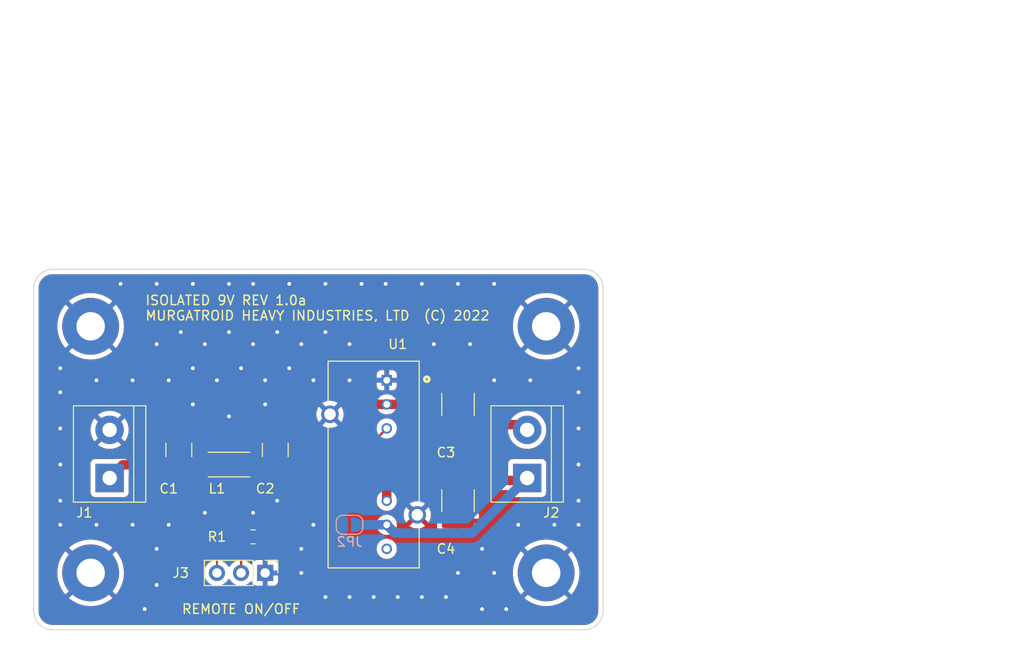
<source format=kicad_pcb>
(kicad_pcb (version 20211014) (generator pcbnew)
  (layers (0 "F.Cu" signal) (31 "B.Cu" signal) (34 "B.Paste" user) (35 "F.Paste" user) (36 "B.SilkS" user "B.Silkscreen") (37 "F.SilkS" user "F.Silkscreen") (38 "B.Mask" user) (39 "F.Mask" user) (44 "Edge.Cuts" user))
  (net 0 "")
  (net 1 "GND")
  (net 2 "/Vin")
  (net 3 "/Vin_filtered")
  (net 4 "/Vout")
  (net 5 "/Vout_gnd")
  (net 7 "Net-(J3-Pad2)")
  (net 8 "Net-(U1-Pad3)")
  (footprint "MountingHole:MountingHole_3mm_Pad" (layer "F.Cu") (at 54 54)
    (fp_text reference "H4" hide)
    (fp_text value "MountingHole_Pad")
    (pad "1" thru_hole circle locked (at 0 0) (size 6 6) (drill 3) (layers *.Cu *.Mask) (net 1 "GND"))
  )
  (footprint "MountingHole:MountingHole_3mm_Pad" (layer "F.Cu") (at 54 80)
    (fp_text reference "H3" hide)
    (fp_text value "MountingHole_Pad")
    (pad "1" thru_hole circle locked (at 0 0) (size 6 6) (drill 3) (layers *.Cu *.Mask) (net 1 "GND"))
  )
  (footprint "Resistor_SMD:R_0805_2012Metric_Pad1.20x1.40mm_HandSolder" (layer "F.Cu") (at 71.12 76.2)
    (fp_text reference "R1" (at -3.81 0) (layer "F.SilkS"))
    (fp_text value "DNI/0" hide)
    (fp_line (start -0.227064 -0.735) (end 0.227064 -0.735) (layer "F.SilkS") (width 0.12))
    (fp_line (start -0.227064 0.735) (end 0.227064 0.735) (layer "F.SilkS") (width 0.12))
    (pad "1" smd roundrect (at -1 0) (size 1.2 1.4) (layers "F.Cu" "F.Paste" "F.Mask") (roundrect_rratio 0.2083333333) (net 7 "Net-(J3-Pad2)"))
    (pad "2" smd roundrect (at 1 0) (size 1.2 1.4) (layers "F.Cu" "F.Paste" "F.Mask") (roundrect_rratio 0.2083333333) (net 8 "Net-(U1-Pad3)"))
  )
  (footprint "TerminalBlock:TerminalBlock_bornier-2_P5.08mm" (layer "F.Cu") (at 100 70 90)
    (fp_text reference "J2" (at -3.66 2.54) (layer "F.SilkS"))
    (fp_text value "Conn_01x02")
    (fp_line (start -2.54 3.81) (end 7.62 3.81) (layer "F.SilkS") (width 0.12))
    (fp_line (start 7.62 -3.81) (end -2.54 -3.81) (layer "F.SilkS") (width 0.12))
    (fp_line (start 7.62 3.81) (end 7.62 -3.81) (layer "F.SilkS") (width 0.12))
    (fp_line (start 7.62 2.54) (end -2.54 2.54) (layer "F.SilkS") (width 0.12))
    (fp_line (start -2.54 -3.81) (end -2.54 3.81) (layer "F.SilkS") (width 0.12))
    (pad "1" thru_hole rect locked (at 0 0 90) (size 3 3) (drill 1.52) (layers *.Cu *.Mask) (net 5 "/Vout_gnd"))
    (pad "2" thru_hole circle locked (at 5.08 0 90) (size 3 3) (drill 1.52) (layers *.Cu *.Mask) (net 4 "/Vout"))
  )
  (footprint "MountingHole:MountingHole_3mm_Pad" (layer "F.Cu") (at 102 80)
    (fp_text reference "H2" hide)
    (fp_text value "MountingHole_Pad")
    (pad "1" thru_hole circle locked (at 0 0) (size 6 6) (drill 3) (layers *.Cu *.Mask) (net 1 "GND"))
  )
  (footprint "MountingHole:MountingHole_3mm_Pad" (layer "F.Cu") (at 102 54)
    (fp_text reference "H1" hide)
    (fp_text value "MountingHole_Pad")
    (pad "1" thru_hole circle locked (at 0 0) (size 6 6) (drill 3) (layers *.Cu *.Mask) (net 1 "GND"))
  )
  (footprint "Inductor_SMD:L_Taiyo-Yuden_NR-24xx_HandSoldering" (layer "F.Cu") (at 68.58 68.58)
    (fp_text reference "L1" (at -1.27 2.54) (layer "F.SilkS"))
    (fp_text value "10u")
    (fp_line (start -2.2 -1.3) (end 2.2 -1.3) (layer "F.SilkS") (width 0.12))
    (fp_line (start -2.2 1.3) (end 2.2 1.3) (layer "F.SilkS") (width 0.12))
    (pad "1" smd rect (at -1.2875 0) (size 1.825 2.2) (layers "F.Cu" "F.Paste" "F.Mask") (net 2 "/Vin"))
    (pad "2" smd rect (at 1.2875 0) (size 1.825 2.2) (layers "F.Cu" "F.Paste" "F.Mask") (net 3 "/Vin_filtered"))
  )
  (footprint "Capacitor_SMD:C_1210_3225Metric_Pad1.33x2.70mm_HandSolder" (layer "F.Cu") (at 63.294146 67.040152 90)
    (fp_text reference "C1" (at -4.079848 -1.064146 180) (layer "F.SilkS"))
    (fp_text value "4.7u 100V")
    (fp_line (start -0.711252 1.36) (end 0.711252 1.36) (layer "F.SilkS") (width 0.12))
    (fp_line (start -0.711252 -1.36) (end 0.711252 -1.36) (layer "F.SilkS") (width 0.12))
    (pad "1" smd roundrect (at -1.5625 0 90) (size 1.325 2.7) (layers "F.Cu" "F.Paste" "F.Mask") (roundrect_rratio 0.1886792453) (net 2 "/Vin"))
    (pad "2" smd roundrect (at 1.5625 0 90) (size 1.325 2.7) (layers "F.Cu" "F.Paste" "F.Mask") (roundrect_rratio 0.1886792453) (net 1 "GND"))
  )
  (footprint "Connector_PinHeader_2.54mm:PinHeader_1x03_P2.54mm_Vertical" (layer "F.Cu") (at 72.39 80.01 -90)
    (fp_text reference "J3" (at 0 8.89) (layer "F.SilkS"))
    (fp_text value "DNI")
    (fp_line (start -1.33 1.27) (end -1.33 6.41) (layer "F.SilkS") (width 0.12))
    (fp_line (start -1.33 6.41) (end 1.33 6.41) (layer "F.SilkS") (width 0.12))
    (fp_line (start -1.33 0) (end -1.33 -1.33) (layer "F.SilkS") (width 0.12))
    (fp_line (start -1.33 1.27) (end 1.33 1.27) (layer "F.SilkS") (width 0.12))
    (fp_line (start -1.33 -1.33) (end 0 -1.33) (layer "F.SilkS") (width 0.12))
    (fp_line (start 1.33 1.27) (end 1.33 6.41) (layer "F.SilkS") (width 0.12))
    (pad "1" thru_hole rect (at 0 0 270) (size 1.7 1.7) (drill 1) (layers *.Cu *.Mask) (net 1 "GND"))
    (pad "2" thru_hole oval (at 0 2.54 270) (size 1.7 1.7) (drill 1) (layers *.Cu *.Mask) (net 7 "Net-(J3-Pad2)"))
    (pad "3" thru_hole oval (at 0 5.08 270) (size 1.7 1.7) (drill 1) (layers *.Cu *.Mask) (net 3 "/Vin_filtered"))
  )
  (footprint "Capacitor_SMD:C_1210_3225Metric_Pad1.33x2.70mm_HandSolder" (layer "F.Cu") (at 73.454146 67.040152 90)
    (fp_text reference "C2" (at -4.079848 -1.064146 180) (layer "F.SilkS"))
    (fp_text value "4.7u 100V")
    (fp_line (start -0.711252 -1.36) (end 0.711252 -1.36) (layer "F.SilkS") (width 0.12))
    (fp_line (start -0.711252 1.36) (end 0.711252 1.36) (layer "F.SilkS") (width 0.12))
    (pad "1" smd roundrect (at -1.5625 0 90) (size 1.325 2.7) (layers "F.Cu" "F.Paste" "F.Mask") (roundrect_rratio 0.1886792453) (net 3 "/Vin_filtered"))
    (pad "2" smd roundrect (at 1.5625 0 90) (size 1.325 2.7) (layers "F.Cu" "F.Paste" "F.Mask") (roundrect_rratio 0.1886792453) (net 1 "GND"))
  )
  (footprint "Capacitor_SMD:C_1812_4532Metric_Pad1.57x3.40mm_HandSolder" (layer "F.Cu") (at 92.71 72.39 90)
    (fp_text reference "C4" (at -5.08 -1.27 180) (layer "F.SilkS"))
    (fp_text value "DNI / 1000p 3KV")
    (fp_line (start -1.161252 1.71) (end 1.161252 1.71) (layer "F.SilkS") (width 0.12))
    (fp_line (start -1.161252 -1.71) (end 1.161252 -1.71) (layer "F.SilkS") (width 0.12))
    (pad "1" smd roundrect (at -2.1375 0 90) (size 1.575 3.4) (layers "F.Cu" "F.Paste" "F.Mask") (roundrect_rratio 0.1587301587) (net 1 "GND"))
    (pad "2" smd roundrect (at 2.1375 0 90) (size 1.575 3.4) (layers "F.Cu" "F.Paste" "F.Mask") (roundrect_rratio 0.1587301587) (net 5 "/Vout_gnd"))
  )
  (footprint "TerminalBlock:TerminalBlock_bornier-2_P5.08mm" (layer "F.Cu") (at 56 70 90)
    (fp_text reference "J1" (at -3.66 -2.66 180) (layer "F.SilkS"))
    (fp_text value "Conn_01x02")
    (fp_line (start 7.62 3.81) (end 7.62 -3.81) (layer "F.SilkS") (width 0.12))
    (fp_line (start 7.62 -3.81) (end -2.54 -3.81) (layer "F.SilkS") (width 0.12))
    (fp_line (start 7.62 2.54) (end -2.54 2.54) (layer "F.SilkS") (width 0.12))
    (fp_line (start -2.54 -3.81) (end -2.54 3.81) (layer "F.SilkS") (width 0.12))
    (fp_line (start -2.54 3.81) (end 7.62 3.81) (layer "F.SilkS") (width 0.12))
    (pad "1" thru_hole rect locked (at 0 0 90) (size 3 3) (drill 1.52) (layers *.Cu *.Mask) (net 2 "/Vin"))
    (pad "2" thru_hole circle locked (at 5.08 0 90) (size 3 3) (drill 1.52) (layers *.Cu *.Mask) (net 1 "GND"))
  )
  (footprint "ch:CONV_ICZ0912S12" (layer "F.Cu") (at 83.82 68.58 -90)
    (fp_text reference "U1" (at -12.7 -2.54 180) (layer "F.SilkS"))
    (fp_text value "ICZ_SINGLE")
    (fp_line (start 10.9 4.8) (end -3.9 4.8) (layer "F.SilkS") (width 0.127))
    (fp_line (start -6.7 4.8) (end -10.9 4.8) (layer "F.SilkS") (width 0.127))
    (fp_line (start 10.9 -4.8) (end 10.9 4.8) (layer "F.SilkS") (width 0.127))
    (fp_line (start 6.7 -4.8) (end 10.9 -4.8) (layer "F.SilkS") (width 0.127))
    (fp_line (start -10.9 -4.8) (end 3.9 -4.8) (layer "F.SilkS") (width 0.127))
    (fp_line (start -10.9 4.8) (end -10.9 -4.8) (layer "F.SilkS") (width 0.127))
    (fp_circle (center -9 -5.6) (end -8.9 -5.6) (layer "F.SilkS") (width 0.3) (fill none))
    (pad "1" thru_hole rect (at -8.89 -1.38 270) (size 1.11 1.11) (drill 0.71) (layers *.Cu *.Mask) (net 1 "GND"))
    (pad "2" thru_hole circle (at -6.35 -1.38 270) (size 1.11 1.11) (drill 0.71) (layers *.Cu *.Mask) (net 3 "/Vin_filtered"))
    (pad "3" thru_hole circle (at -3.81 -1.38 270) (size 1.11 1.11) (drill 0.71) (layers *.Cu *.Mask) (net 8 "Net-(U1-Pad3)"))
    (pad "6" thru_hole circle (at 3.81 -1.38 270) (size 1.11 1.11) (drill 0.71) (layers *.Cu *.Mask) (net 4 "/Vout"))
    (pad "7" thru_hole circle (at 6.35 -1.38 270) (size 1.11 1.11) (drill 0.71) (layers *.Cu *.Mask) (net 5 "/Vout_gnd"))
    (pad "8" thru_hole circle (at 8.89 -1.38 270) (size 1.11 1.11) (drill 0.71) (layers *.Cu *.Mask))
    (pad "9" thru_hole circle (at -5.3 4.6 270) (size 1.85 1.85) (drill 1.23) (layers *.Cu *.Mask) (net 1 "GND"))
    (pad "12" thru_hole circle (at 5.3 -4.6 270) (size 1.85 1.85) (drill 1.23) (layers *.Cu *.Mask) (net 1 "GND"))
  )
  (footprint "Capacitor_SMD:C_1812_4532Metric_Pad1.57x3.40mm_HandSolder" (layer "F.Cu") (at 92.71 62.23 -90)
    (fp_text reference "C3" (at 5.08 1.27 180) (layer "F.SilkS"))
    (fp_text value "DNI / 1000p 3KV")
    (fp_line (start -1.161252 -1.71) (end 1.161252 -1.71) (layer "F.SilkS") (width 0.12))
    (fp_line (start -1.161252 1.71) (end 1.161252 1.71) (layer "F.SilkS") (width 0.12))
    (pad "1" smd roundrect (at -2.1375 0 270) (size 1.575 3.4) (layers "F.Cu" "F.Paste" "F.Mask") (roundrect_rratio 0.1587301587) (net 3 "/Vin_filtered"))
    (pad "2" smd roundrect (at 2.1375 0 270) (size 1.575 3.4) (layers "F.Cu" "F.Paste" "F.Mask") (roundrect_rratio 0.1587301587) (net 4 "/Vout"))
  )
  (footprint "Jumper:SolderJumper-2_P1.3mm_Open_RoundedPad1.0x1.5mm" (layer "B.Cu") (at 81.28 74.93)
    (fp_text reference "JP2" (at 0 1.8) (layer "B.SilkS") (effects (justify mirror)))
    (fp_text value "SolderJumper_2_Open")
    (fp_line (start 1.4 0.3) (end 1.4 -0.3) (layer "B.SilkS") (width 0.12))
    (fp_line (start 0.7 -1) (end -0.7 -1) (layer "B.SilkS") (width 0.12))
    (fp_line (start -0.7 1) (end 0.7 1) (layer "B.SilkS") (width 0.12))
    (fp_line (start -1.4 -0.3) (end -1.4 0.3) (layer "B.SilkS") (width 0.12))
    (fp_arc (start 1.4 0.3) (mid 1.194975 0.794975) (end 0.7 1) (layer "B.SilkS") (width 0.12))
    (fp_arc (start 0.7 -1) (mid 1.194975 -0.794975) (end 1.4 -0.3) (layer "B.SilkS") (width 0.12))
    (fp_arc (start -1.4 -0.3) (mid -1.194975 -0.794975) (end -0.7 -1) (layer "B.SilkS") (width 0.12))
    (fp_arc (start -0.7 1) (mid -1.194975 0.794975) (end -1.4 0.3) (layer "B.SilkS") (width 0.12))
    (pad "1" smd custom (at -0.65 0) (size 1 0.5) (layers "B.Cu" "B.Mask") (net 1 "GND") (options (clearance outline) (anchor rect)) (primitives (gr_circle (center 0 -0.25) (end 0.5 -0.25) (width 0) (fill yes)) (gr_circle (center 0 0.25) (end 0.5 0.25) (width 0) (fill yes)) (gr_poly (pts (xy 0.5 -0.75) (xy 0 -0.75) (xy 0 0.75) (xy 0.5 0.75)) (width 0) (fill yes))))
    (pad "2" smd custom (at 0.65 0) (size 1 0.5) (layers "B.Cu" "B.Mask") (net 5 "/Vout_gnd") (options (clearance outline) (anchor rect)) (primitives (gr_circle (center 0 -0.25) (end 0.5 -0.25) (width 0) (fill yes)) (gr_circle (center 0 0.25) (end 0.5 0.25) (width 0) (fill yes)) (gr_poly (pts (xy 0 -0.75) (xy -0.5 -0.75) (xy -0.5 0.75) (xy 0 0.75)) (width 0) (fill yes))))
  )
  (gr_line locked (start 50 48) (end 106 48) (layer "Edge.Cuts") (width 0.1))
  (gr_arc locked (start 50 86) (mid 48.585786 85.414214) (end 48 84) (layer "Edge.Cuts") (width 0.1))
  (gr_line locked (start 108 84) (end 108 50) (layer "Edge.Cuts") (width 0.1))
  (gr_line locked (start 50 86) (end 106 86) (layer "Edge.Cuts") (width 0.1))
  (gr_arc locked (start 108 84) (mid 107.414214 85.414214) (end 106 86) (layer "Edge.Cuts") (width 0.1))
  (gr_arc locked (start 106 48) (mid 107.414214 48.585786) (end 108 50) (layer "Edge.Cuts") (width 0.1))
  (gr_line locked (start 48 50) (end 48 84) (layer "Edge.Cuts") (width 0.1))
  (gr_arc locked (start 48 50) (mid 48.585786 48.585786) (end 50 48) (layer "Edge.Cuts") (width 0.1))
  (gr_text "REMOTE ON/OFF" (at 69.85 83.82) (layer "F.SilkS") (effects (font (size 1 1))))
  (gr_text "ISOLATED 9V REV 1.0a\nMURGATROID HEAVY INDUSTRIES, LTD  (C) 2022" (at 59.69 52.07) (layer "F.SilkS") (effects (font (size 1 1)) (justify left)))
  (via (at 96.52 80.01) (size 0.8) (drill 0.4) (layers "F.Cu" "B.Cu") (net 1))
  (via (at 77.47 74.93) (size 0.8) (drill 0.4) (layers "F.Cu" "B.Cu") (net 1))
  (via (at 83.82 82.55) (size 0.8) (drill 0.4) (layers "F.Cu" "B.Cu") (net 1))
  (via (at 78.74 54.61) (size 0.8) (drill 0.4) (layers "F.Cu" "B.Cu") (net 1))
  (via (at 60.96 77.47) (size 0.8) (drill 0.4) (layers "F.Cu" "B.Cu") (net 1))
  (via (at 72.39 59.69) (size 0.8) (drill 0.4) (layers "F.Cu" "B.Cu") (net 1))
  (via (at 86.36 82.55) (size 0.8) (drill 0.4) (layers "F.Cu" "B.Cu") (net 1))
  (via (at 91.44 82.55) (size 0.8) (drill 0.4) (layers "F.Cu" "B.Cu") (net 1))
  (via (at 105.41 72.39) (size 0.8) (drill 0.4) (layers "F.Cu" "B.Cu") (net 1))
  (via (at 77.47 59.69) (size 0.8) (drill 0.4) (layers "F.Cu" "B.Cu") (net 1))
  (via (at 63.5 54.61) (size 0.8) (drill 0.4) (layers "F.Cu" "B.Cu") (net 1))
  (via (at 100.33 59.69) (size 0.8) (drill 0.4) (layers "F.Cu" "B.Cu") (net 1))
  (via (at 58.42 59.69) (size 0.8) (drill 0.4) (layers "F.Cu" "B.Cu") (net 1))
  (via (at 88.9 82.55) (size 0.8) (drill 0.4) (layers "F.Cu" "B.Cu") (net 1))
  (via (at 82.55 49.53) (size 0.8) (drill 0.4) (layers "F.Cu" "B.Cu") (net 1))
  (via (at 85.09 49.53) (size 0.8) (drill 0.4) (layers "F.Cu" "B.Cu") (net 1))
  (via (at 64.77 49.53) (size 0.8) (drill 0.4) (layers "F.Cu" "B.Cu") (net 1))
  (via (at 96.52 59.69) (size 0.8) (drill 0.4) (layers "F.Cu" "B.Cu") (net 1))
  (via (at 60.96 55.88) (size 0.8) (drill 0.4) (layers "F.Cu" "B.Cu") (net 1))
  (via (at 97.79 83.82) (size 0.8) (drill 0.4) (layers "F.Cu" "B.Cu") (net 1))
  (via (at 92.71 80.01) (size 0.8) (drill 0.4) (layers "F.Cu" "B.Cu") (net 1))
  (via (at 50.8 72.39) (size 0.8) (drill 0.4) (layers "F.Cu" "B.Cu") (net 1))
  (via (at 69.85 58.42) (size 0.8) (drill 0.4) (layers "F.Cu" "B.Cu") (net 1))
  (via (at 71.12 55.88) (size 0.8) (drill 0.4) (layers "F.Cu" "B.Cu") (net 1))
  (via (at 90.17 55.88) (size 0.8) (drill 0.4) (layers "F.Cu" "B.Cu") (net 1))
  (via (at 76.2 80.01) (size 0.8) (drill 0.4) (layers "F.Cu" "B.Cu") (net 1))
  (via (at 99.06 74.93) (size 0.8) (drill 0.4) (layers "F.Cu" "B.Cu") (net 1))
  (via (at 68.58 49.53) (size 0.8) (drill 0.4) (layers "F.Cu" "B.Cu") (net 1))
  (via (at 57.15 49.53) (size 0.8) (drill 0.4) (layers "F.Cu" "B.Cu") (net 1))
  (via (at 50.8 68.58) (size 0.8) (drill 0.4) (layers "F.Cu" "B.Cu") (net 1))
  (via (at 64.77 58.42) (size 0.8) (drill 0.4) (layers "F.Cu" "B.Cu") (net 1))
  (via (at 73.66 72.39) (size 0.8) (drill 0.4) (layers "F.Cu" "B.Cu") (net 1))
  (via (at 71.12 49.53) (size 0.8) (drill 0.4) (layers "F.Cu" "B.Cu") (net 1))
  (via (at 59.69 83.82) (size 0.8) (drill 0.4) (layers "F.Cu" "B.Cu") (net 1))
  (via (at 105.41 60.96) (size 0.8) (drill 0.4) (layers "F.Cu" "B.Cu") (net 1))
  (via (at 81.28 59.69) (size 0.8) (drill 0.4) (layers "F.Cu" "B.Cu") (net 1))
  (via (at 62.23 74.93) (size 0.8) (drill 0.4) (layers "F.Cu" "B.Cu") (net 1))
  (via (at 50.8 60.96) (size 0.8) (drill 0.4) (layers "F.Cu" "B.Cu") (net 1))
  (via (at 50.8 64.77) (size 0.8) (drill 0.4) (layers "F.Cu" "B.Cu") (net 1))
  (via (at 68.58 54.61) (size 0.8) (drill 0.4) (layers "F.Cu" "B.Cu") (net 1))
  (via (at 78.74 82.55) (size 0.8) (drill 0.4) (layers "F.Cu" "B.Cu") (net 1))
  (via (at 74.93 58.42) (size 0.8) (drill 0.4) (layers "F.Cu" "B.Cu") (net 1))
  (via (at 105.41 58.42) (size 0.8) (drill 0.4) (layers "F.Cu" "B.Cu") (net 1))
  (via (at 76.2 77.47) (size 0.8) (drill 0.4) (layers "F.Cu" "B.Cu") (net 1))
  (via (at 72.39 62.23) (size 0.8) (drill 0.4) (layers "F.Cu" "B.Cu") (net 1))
  (via (at 50.8 58.42) (size 0.8) (drill 0.4) (layers "F.Cu" "B.Cu") (net 1))
  (via (at 60.96 49.53) (size 0.8) (drill 0.4) (layers "F.Cu" "B.Cu") (net 1))
  (via (at 67.31 59.69) (size 0.8) (drill 0.4) (layers "F.Cu" "B.Cu") (net 1))
  (via (at 102.87 74.93) (size 0.8) (drill 0.4) (layers "F.Cu" "B.Cu") (net 1))
  (via (at 54.61 59.69) (size 0.8) (drill 0.4) (layers "F.Cu" "B.Cu") (net 1))
  (via (at 64.77 62.23) (size 0.8) (drill 0.4) (layers "F.Cu" "B.Cu") (net 1))
  (via (at 54.61 74.93) (size 0.8) (drill 0.4) (layers "F.Cu" "B.Cu") (net 1))
  (via (at 95.25 83.82) (size 0.8) (drill 0.4) (layers "F.Cu" "B.Cu") (net 1))
  (via (at 105.41 68.58) (size 0.8) (drill 0.4) (layers "F.Cu" "B.Cu") (net 1))
  (via (at 95.25 77.47) (size 0.8) (drill 0.4) (layers "F.Cu" "B.Cu") (net 1))
  (via (at 96.52 49.53) (size 0.8) (drill 0.4) (layers "F.Cu" "B.Cu") (net 1))
  (via (at 50.8 74.93) (size 0.8) (drill 0.4) (layers "F.Cu" "B.Cu") (net 1))
  (via (at 78.74 49.53) (size 0.8) (drill 0.4) (layers "F.Cu" "B.Cu") (net 1))
  (via (at 74.93 49.53) (size 0.8) (drill 0.4) (layers "F.Cu" "B.Cu") (net 1))
  (via (at 73.66 54.61) (size 0.8) (drill 0.4) (layers "F.Cu" "B.Cu") (net 1))
  (via (at 81.28 55.88) (size 0.8) (drill 0.4) (layers "F.Cu" "B.Cu") (net 1))
  (via (at 88.9 49.53) (size 0.8) (drill 0.4) (layers "F.Cu" "B.Cu") (net 1))
  (via (at 62.23 59.69) (size 0.8) (drill 0.4) (layers "F.Cu" "B.Cu") (net 1))
  (via (at 105.41 74.93) (size 0.8) (drill 0.4) (layers "F.Cu" "B.Cu") (net 1))
  (via (at 58.42 74.93) (size 0.8) (drill 0.4) (layers "F.Cu" "B.Cu") (net 1))
  (via (at 105.41 64.77) (size 0.8) (drill 0.4) (layers "F.Cu" "B.Cu") (net 1))
  (via (at 92.71 49.53) (size 0.8) (drill 0.4) (layers "F.Cu" "B.Cu") (net 1))
  (via (at 81.28 82.55) (size 0.8) (drill 0.4) (layers "F.Cu" "B.Cu") (net 1))
  (via (at 66.04 73.66) (size 0.8) (drill 0.4) (layers "F.Cu" "B.Cu") (net 1))
  (via (at 71.12 73.66) (size 0.8) (drill 0.4) (layers "F.Cu" "B.Cu") (net 1))
  (via (at 76.2 55.88) (size 0.8) (drill 0.4) (layers "F.Cu" "B.Cu") (net 1))
  (via (at 93.98 55.88) (size 0.8) (drill 0.4) (layers "F.Cu" "B.Cu") (net 1))
  (via (at 60.96 81.28) (size 0.8) (drill 0.4) (layers "F.Cu" "B.Cu") (net 1))
  (via (at 66.04 55.88) (size 0.8) (drill 0.4) (layers "F.Cu" "B.Cu") (net 1))
  (via (at 68.58 63.5) (size 0.8) (drill 0.4) (layers "F.Cu" "B.Cu") (net 1))
  (segment (start 63.294146 68.602652) (end 57.397348 68.602652) (width 1) (layer "F.Cu") (net 2))
  (segment (start 63.294146 68.602652) (end 67.269848 68.602652) (width 1) (layer "F.Cu") (net 2))
  (segment (start 57.397348 68.602652) (end 56 70) (width 1) (layer "F.Cu") (net 2))
  (segment (start 67.269848 68.602652) (end 67.2925 68.58) (width 1) (layer "F.Cu") (net 2))
  (segment (start 69.8675 68.58) (end 73.431494 68.58) (width 1) (layer "F.Cu") (net 3))
  (segment (start 67.31 74.93) (end 67.31 80.01) (width 0.2) (layer "F.Cu") (net 3))
  (segment (start 69.8675 68.58) (end 69.620489 68.332989) (width 1) (layer "F.Cu") (net 3))
  (segment (start 69.8675 72.3725) (end 67.31 74.93) (width 0.2) (layer "F.Cu") (net 3))
  (segment (start 89.7675 60.0925) (end 87.63 62.23) (width 1) (layer "F.Cu") (net 3))
  (segment (start 69.8675 68.58) (end 69.8675 72.3725) (width 0.2) (layer "F.Cu") (net 3))
  (segment (start 87.63 62.23) (end 85.2 62.23) (width 1) (layer "F.Cu") (net 3))
  (segment (start 92.71 60.0925) (end 89.7675 60.0925) (width 1) (layer "F.Cu") (net 3))
  (segment (start 83.82 62.23) (end 77.447348 68.602652) (width 1) (layer "F.Cu") (net 3))
  (segment (start 77.447348 68.602652) (end 73.454146 68.602652) (width 1) (layer "F.Cu") (net 3))
  (segment (start 85.2 62.23) (end 83.82 62.23) (width 1) (layer "F.Cu") (net 3))
  (segment (start 73.431494 68.58) (end 73.454146 68.602652) (width 1) (layer "F.Cu") (net 3))
  (segment (start 85.2 69.74) (end 90.5725 64.3675) (width 1) (layer "F.Cu") (net 4))
  (segment (start 85.2 72.39) (end 85.2 69.74) (width 1) (layer "F.Cu") (net 4))
  (segment (start 90.5725 64.3675) (end 92.71 64.3675) (width 1) (layer "F.Cu") (net 4))
  (segment (start 99.4475 64.3675) (end 100 64.92) (width 1) (layer "F.Cu") (net 4))
  (segment (start 92.71 64.3675) (end 99.4475 64.3675) (width 1) (layer "F.Cu") (net 4))
  (segment (start 92.71 70.2525) (end 99.7475 70.2525) (width 1) (layer "F.Cu") (net 5))
  (segment (start 99.7475 70.2525) (end 100 70) (width 1) (layer "F.Cu") (net 5))
  (segment (start 85.2 74.93) (end 86.074511 75.804511) (width 1) (layer "B.Cu") (net 5))
  (segment (start 94.195489 75.804511) (end 100 70) (width 1) (layer "B.Cu") (net 5))
  (segment (start 85.2 74.93) (end 82.12952 74.93) (width 1) (layer "B.Cu") (net 5))
  (segment (start 86.074511 75.804511) (end 94.195489 75.804511) (width 1) (layer "B.Cu") (net 5))
  (segment (start 70.12 76.2) (end 69.85 76.47) (width 0.25) (layer "F.Cu") (net 7))
  (segment (start 69.85 76.47) (end 69.85 80.01) (width 0.25) (layer "F.Cu") (net 7))
  (segment (start 73.77 76.2) (end 85.2 64.77) (width 0.25) (layer "F.Cu") (net 8))
  (segment (start 72.12 76.2) (end 73.77 76.2) (width 0.25) (layer "F.Cu") (net 8))
  (zone (net 1) (net_name "GND") (layer "F.Cu") (connect_pads (clearance 0.508)) (min_thickness 0.254) (fill yes (thermal_gap 0.508) (thermal_bridge_width 0.508))
    (polygon (pts (xy 111.76 88.9) (xy 44.45 88.9) (xy 44.45 45.72) (xy 111.76 45.72)))
  )
  (zone (net 1) (net_name "GND") (layer "B.Cu") (connect_pads (clearance 0.508)) (min_thickness 0.254) (fill yes (thermal_gap 0.508) (thermal_bridge_width 0.508))
    (polygon (pts (xy 110.49 87.63) (xy 45.72 87.63) (xy 45.72 46.99) (xy 110.49 46.99)))
  )
)
</source>
